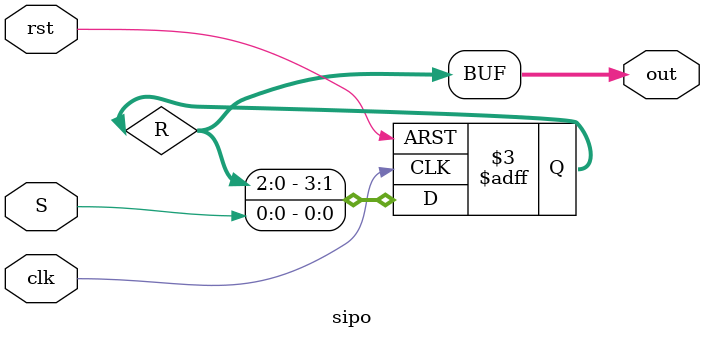
<source format=v>
module sipo(clk,rst,S,out);
input S;
input rst,clk;
reg [3:0]R;
output [3:0]out;
always@(posedge clk or negedge rst)
begin
if(!rst) R=4'b0000;
else 
begin R[3]<=R[2];
		R[2]<=R[1];
		R[1]<=R[0];
		R[0]<=S;
end
end
assign out=R;
endmodule
</source>
